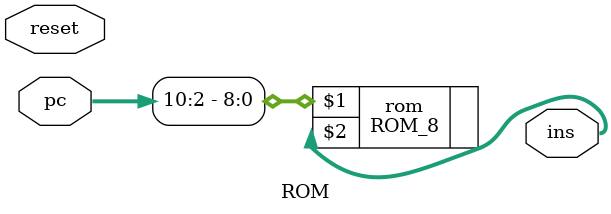
<source format=v>
`timescale 1ns / 1ps


module ROM(
    input reset,
    input [19:0] pc,
    output [31:0] ins
    );
    ROM_8 rom(
        pc[10:2],
        ins
    );
endmodule

</source>
